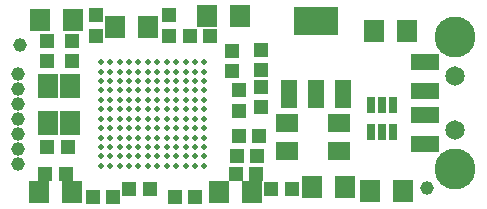
<source format=gbr>
%FSLAX23Y23*%
%MOIN*%
G04 EasyPC Gerber Version 17.0 Build 3379 *
%ADD123R,0.02962X0.05324*%
%ADD118R,0.04537X0.04931*%
%ADD112R,0.04734X0.04852*%
%ADD113R,0.04931X0.04537*%
%ADD116R,0.05400X0.09400*%
%ADD121R,0.06506X0.08080*%
%ADD110R,0.06899X0.07687*%
%ADD120R,0.09261X0.05324*%
%ADD117R,0.14773X0.09261*%
%ADD115C,0.01978*%
%ADD12C,0.04537*%
%ADD21C,0.04537*%
%ADD11C,0.06518*%
%ADD10C,0.13655*%
%ADD119R,0.04931X0.04537*%
%ADD111R,0.04852X0.04734*%
%ADD114R,0.04537X0.04931*%
%ADD122R,0.07687X0.06112*%
X0Y0D02*
D02*
D10*
X1758Y353D03*
Y793D03*
D02*
D11*
Y484D03*
Y662D03*
D02*
D12*
X307Y767D03*
X1665Y290D03*
D02*
D21*
X303Y369D03*
Y419D03*
Y469D03*
Y519D03*
Y569D03*
Y619D03*
Y669D03*
D02*
D110*
X372Y275D03*
X374Y850D03*
X482Y275D03*
X484Y850D03*
X624Y826D03*
X734D03*
X933Y863D03*
X972Y275D03*
X1043Y863D03*
X1082Y275D03*
X1283Y292D03*
X1393D03*
X1476Y281D03*
X1488Y814D03*
X1586Y281D03*
X1598Y814D03*
D02*
D111*
X563Y797D03*
Y866D03*
X805Y797D03*
Y866D03*
X1014Y679D03*
Y748D03*
X1112Y559D03*
Y628D03*
D02*
D112*
X398Y428D03*
X467D03*
X550Y261D03*
X619D03*
X824D03*
X892D03*
X1146Y285D03*
X1215D03*
D02*
D113*
X1039Y464D03*
X1106D03*
D02*
D114*
X1039Y548D03*
Y615D03*
D02*
D115*
X577Y363D03*
Y395D03*
Y426D03*
Y458D03*
Y489D03*
Y521D03*
Y552D03*
Y584D03*
Y615D03*
Y647D03*
Y678D03*
Y710D03*
X608Y363D03*
Y395D03*
Y426D03*
Y458D03*
Y489D03*
Y521D03*
Y552D03*
Y584D03*
Y615D03*
Y647D03*
Y678D03*
Y710D03*
X640Y363D03*
Y395D03*
Y426D03*
Y458D03*
Y489D03*
Y521D03*
Y552D03*
Y584D03*
Y615D03*
Y647D03*
Y678D03*
Y710D03*
X671Y363D03*
Y395D03*
Y426D03*
Y458D03*
Y489D03*
Y521D03*
Y552D03*
Y584D03*
Y615D03*
Y647D03*
Y678D03*
Y710D03*
X702Y363D03*
Y395D03*
Y426D03*
Y458D03*
Y489D03*
Y521D03*
Y552D03*
Y584D03*
Y615D03*
Y647D03*
Y678D03*
Y710D03*
X734Y363D03*
Y395D03*
Y426D03*
Y458D03*
Y489D03*
Y521D03*
Y552D03*
Y584D03*
Y615D03*
Y647D03*
Y678D03*
Y710D03*
X765Y363D03*
Y395D03*
Y426D03*
Y458D03*
Y489D03*
Y521D03*
Y552D03*
Y584D03*
Y615D03*
Y647D03*
Y678D03*
Y710D03*
X797Y363D03*
Y395D03*
Y426D03*
Y458D03*
Y489D03*
Y521D03*
Y552D03*
Y584D03*
Y615D03*
Y647D03*
Y678D03*
Y710D03*
X828Y363D03*
Y395D03*
Y426D03*
Y458D03*
Y489D03*
Y521D03*
Y552D03*
Y584D03*
Y615D03*
Y647D03*
Y678D03*
Y710D03*
X860Y363D03*
Y395D03*
Y426D03*
Y458D03*
Y489D03*
Y521D03*
Y552D03*
Y584D03*
Y615D03*
Y647D03*
Y678D03*
Y710D03*
X891Y363D03*
Y395D03*
Y426D03*
Y458D03*
Y489D03*
Y521D03*
Y552D03*
Y584D03*
Y615D03*
Y647D03*
Y678D03*
Y710D03*
X923Y363D03*
Y395D03*
Y426D03*
Y458D03*
Y489D03*
Y521D03*
Y552D03*
Y584D03*
Y615D03*
Y647D03*
Y678D03*
Y710D03*
D02*
D116*
X1204Y602D03*
X1295D03*
X1386D03*
D02*
D117*
X1295Y846D03*
D02*
D118*
X393Y338D03*
X460D03*
X673Y285D03*
X740D03*
X876Y798D03*
X943D03*
X1027Y338D03*
X1031Y395D03*
X1094Y338D03*
X1098Y395D03*
D02*
D119*
X399Y712D03*
Y779D03*
X480Y712D03*
Y779D03*
X1112Y682D03*
Y749D03*
D02*
D120*
X1659Y435D03*
Y534D03*
Y612D03*
Y711D03*
D02*
D121*
X401Y505D03*
Y631D03*
X474Y505D03*
Y631D03*
D02*
D122*
X1199Y413D03*
Y507D03*
X1372Y413D03*
Y507D03*
D02*
D123*
X1478Y476D03*
Y566D03*
X1515Y476D03*
Y566D03*
X1553Y476D03*
Y566D03*
X0Y0D02*
M02*

</source>
